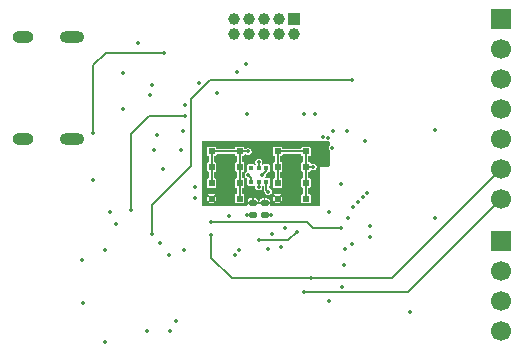
<source format=gbr>
%TF.GenerationSoftware,KiCad,Pcbnew,9.0.1+1*%
%TF.CreationDate,2025-09-06T09:54:06+00:00*%
%TF.ProjectId,ZSWatch-Heartrate-DevKit,5a535761-7463-4682-9d48-656172747261,1.3.0*%
%TF.SameCoordinates,Original*%
%TF.FileFunction,Copper,L4,Bot*%
%TF.FilePolarity,Positive*%
%FSLAX46Y46*%
G04 Gerber Fmt 4.6, Leading zero omitted, Abs format (unit mm)*
G04 Created by KiCad (PCBNEW 9.0.1+1) date 2025-09-06 09:54:06*
%MOMM*%
%LPD*%
G01*
G04 APERTURE LIST*
G04 Aperture macros list*
%AMRoundRect*
0 Rectangle with rounded corners*
0 $1 Rounding radius*
0 $2 $3 $4 $5 $6 $7 $8 $9 X,Y pos of 4 corners*
0 Add a 4 corners polygon primitive as box body*
4,1,4,$2,$3,$4,$5,$6,$7,$8,$9,$2,$3,0*
0 Add four circle primitives for the rounded corners*
1,1,$1+$1,$2,$3*
1,1,$1+$1,$4,$5*
1,1,$1+$1,$6,$7*
1,1,$1+$1,$8,$9*
0 Add four rect primitives between the rounded corners*
20,1,$1+$1,$2,$3,$4,$5,0*
20,1,$1+$1,$4,$5,$6,$7,0*
20,1,$1+$1,$6,$7,$8,$9,0*
20,1,$1+$1,$8,$9,$2,$3,0*%
G04 Aperture macros list end*
%TA.AperFunction,ComponentPad*%
%ADD10O,2.100000X1.000000*%
%TD*%
%TA.AperFunction,ComponentPad*%
%ADD11O,1.800000X1.000000*%
%TD*%
%TA.AperFunction,ComponentPad*%
%ADD12R,1.700000X1.700000*%
%TD*%
%TA.AperFunction,ComponentPad*%
%ADD13C,1.700000*%
%TD*%
%TA.AperFunction,ComponentPad*%
%ADD14R,1.000000X1.000000*%
%TD*%
%TA.AperFunction,ComponentPad*%
%ADD15C,1.000000*%
%TD*%
%TA.AperFunction,SMDPad,CuDef*%
%ADD16R,0.550000X0.550000*%
%TD*%
%TA.AperFunction,SMDPad,CuDef*%
%ADD17RoundRect,0.135000X-0.185000X0.135000X-0.185000X-0.135000X0.185000X-0.135000X0.185000X0.135000X0*%
%TD*%
%TA.AperFunction,SMDPad,CuDef*%
%ADD18RoundRect,0.140000X-0.170000X0.140000X-0.170000X-0.140000X0.170000X-0.140000X0.170000X0.140000X0*%
%TD*%
%TA.AperFunction,SMDPad,CuDef*%
%ADD19R,0.400000X0.400000*%
%TD*%
%TA.AperFunction,ViaPad*%
%ADD20C,0.350000*%
%TD*%
%TA.AperFunction,Conductor*%
%ADD21C,0.200000*%
%TD*%
%TA.AperFunction,Conductor*%
%ADD22C,0.150000*%
%TD*%
G04 APERTURE END LIST*
D10*
%TO.P,X401,S1,SHIELD*%
%TO.N,GND*%
X189430000Y-139710000D03*
D11*
X185250000Y-139710000D03*
D10*
X189430000Y-148350000D03*
D11*
X185250000Y-148350000D03*
%TD*%
D12*
%TO.P,J402,1,Pin_1*%
%TO.N,GND*%
X225700000Y-138135000D03*
D13*
%TO.P,J402,2,Pin_2*%
%TO.N,Net-(IC404-SCLK_{SENSOR})*%
X225700000Y-140675000D03*
%TO.P,J402,3,Pin_3*%
%TO.N,Net-(IC404-MISO_{SENSOR})*%
X225700000Y-143215000D03*
%TO.P,J402,4,Pin_4*%
%TO.N,Net-(IC404-MOSI_{SENSOR})*%
X225700000Y-145755000D03*
%TO.P,J402,5,Pin_5*%
%TO.N,Net-(IC404-CS_{PPG})*%
X225700000Y-148295000D03*
%TO.P,J402,6,Pin_6*%
%TO.N,Net-(IC404-CS_{ACC})*%
X225700000Y-150835000D03*
%TO.P,J402,7,Pin_7*%
%TO.N,/Project Architecture/Main/STATUS*%
X225700000Y-153375000D03*
%TD*%
D12*
%TO.P,J401,1,Pin_1*%
%TO.N,/Project Architecture/Main/SDA*%
X225700000Y-156975000D03*
D13*
%TO.P,J401,2,Pin_2*%
%TO.N,/Project Architecture/Main/SCL*%
X225700000Y-159515000D03*
%TO.P,J401,3,Pin_3*%
%TO.N,/Project Architecture/Main/~{RESET_{HR}}*%
X225700000Y-162055000D03*
%TO.P,J401,4,Pin_4*%
%TO.N,GND*%
X225700000Y-164595000D03*
%TD*%
D14*
%TO.P,X403,1,VTref*%
%TO.N,+1V8*%
X208200000Y-138200000D03*
D15*
%TO.P,X403,2,SWDIO/TMS*%
%TO.N,/Project Architecture/Main/SWDIO*%
X208200000Y-139470000D03*
%TO.P,X403,3,GND*%
%TO.N,GND*%
X206930000Y-138200000D03*
%TO.P,X403,4,SWCLK/TCK*%
%TO.N,/Project Architecture/Main/SWDCLK*%
X206930000Y-139470000D03*
%TO.P,X403,5,GND*%
%TO.N,GND*%
X205660000Y-138200000D03*
%TO.P,X403,6,SWO/TDO*%
%TO.N,unconnected-(X403-SWO{slash}TDO-Pad6)*%
X205660000Y-139470000D03*
%TO.P,X403,7,KEY*%
%TO.N,unconnected-(X403-KEY-Pad7)*%
X204390000Y-138200000D03*
%TO.P,X403,8,NC/TDI*%
%TO.N,unconnected-(X403-NC{slash}TDI-Pad8)*%
X204390000Y-139470000D03*
%TO.P,X403,9,GNDDetect*%
%TO.N,unconnected-(X403-GNDDetect-Pad9)*%
X203120000Y-138200000D03*
%TO.P,X403,10,~{RESET}*%
%TO.N,/Project Architecture/Main/~{RESET}*%
X203120000Y-139470000D03*
%TD*%
D16*
%TO.P,D403,1,K*%
%TO.N,Net-(D403-K)*%
X203590000Y-149375000D03*
X201210000Y-149375000D03*
X203590000Y-150685000D03*
X201210000Y-150685000D03*
X203590000Y-152065000D03*
X201210000Y-152065000D03*
X203590000Y-153375000D03*
%TO.P,D403,2,A*%
%TO.N,PD_GND*%
X201210000Y-153375000D03*
%TD*%
D17*
%TO.P,R410,1*%
%TO.N,PD_GND*%
X204700000Y-153735000D03*
%TO.P,R410,2*%
%TO.N,GND*%
X204700000Y-154755000D03*
%TD*%
D18*
%TO.P,C418,1*%
%TO.N,PD_GND*%
X205700000Y-153765000D03*
%TO.P,C418,2*%
%TO.N,GND*%
X205700000Y-154725000D03*
%TD*%
D19*
%TO.P,LED401,1,K*%
%TO.N,Net-(IC405-LED2-DRV)*%
X205850000Y-151950000D03*
%TO.P,LED401,2,A*%
%TO.N,/Project Architecture/Main/V_{LED}*%
X205850000Y-150800000D03*
%TO.P,LED401,3,K*%
%TO.N,Net-(IC405-LED1-DRV)*%
X205200000Y-151950000D03*
%TO.P,LED401,4,K*%
%TO.N,Net-(IC405-LED3-DRV)*%
X205200000Y-150800000D03*
%TO.P,LED401,5,A*%
%TO.N,/Project Architecture/Main/V_{LED}*%
X204550000Y-151950000D03*
%TO.P,LED401,6,NC*%
%TO.N,unconnected-(LED401-NC-Pad6)*%
X204550000Y-150800000D03*
%TD*%
D16*
%TO.P,D402,1,K*%
%TO.N,Net-(D402-K)*%
X209190000Y-149375000D03*
X206810000Y-149375000D03*
X209190000Y-150685000D03*
X206810000Y-150685000D03*
X209190000Y-152065000D03*
X206810000Y-152065000D03*
X209190000Y-153375000D03*
%TO.P,D402,2,A*%
%TO.N,PD_GND*%
X206810000Y-153375000D03*
%TD*%
D20*
%TO.N,GND*%
X206250000Y-154725000D03*
X190250000Y-158600000D03*
X196625000Y-148025000D03*
X198650000Y-149275000D03*
X202700000Y-154855000D03*
X198234400Y-163700000D03*
X193700000Y-145780000D03*
X220100000Y-155000000D03*
X195000000Y-140200000D03*
X199800000Y-152375000D03*
X220100000Y-147575000D03*
X196300000Y-149225000D03*
X209020000Y-146195000D03*
X206000000Y-157675000D03*
X204220000Y-154755000D03*
X214600000Y-155650000D03*
X196000000Y-144600000D03*
X203350000Y-142650000D03*
X190300000Y-162224600D03*
X200112500Y-143562500D03*
X204175000Y-146225000D03*
X193700000Y-142780000D03*
X214200000Y-148475000D03*
X196150000Y-143750000D03*
X212210000Y-160875000D03*
X195700000Y-164600000D03*
X199000000Y-145450000D03*
X201650000Y-144450000D03*
X212500000Y-157600000D03*
X212200000Y-152175000D03*
X196800000Y-157131200D03*
X212400000Y-158975000D03*
X191200000Y-151775000D03*
X214600000Y-156650000D03*
%TO.N,+1V8*%
X207050000Y-157475000D03*
X212775000Y-155000000D03*
X199800000Y-153335000D03*
X204125000Y-141950000D03*
X198800000Y-147675000D03*
X218000000Y-162975000D03*
X213090000Y-157210000D03*
X197700000Y-164600000D03*
X209980000Y-146195000D03*
%TO.N,PD_GND*%
X206100000Y-148775000D03*
X211000000Y-150275000D03*
X206100000Y-149975000D03*
%TO.N,/Project Architecture/Main/V_{LED}*%
X197100000Y-150875000D03*
X205500000Y-151375000D03*
X204300000Y-151375000D03*
X212700000Y-147675000D03*
%TO.N,/Project Architecture/Main/V_{BAT}*%
X197200000Y-141025000D03*
X191200000Y-147837500D03*
%TO.N,/Project Architecture/Main/INT_{ACC}*%
X201200000Y-155354998D03*
X212140000Y-155890000D03*
%TO.N,/Project Architecture/Main/SCL*%
X203200000Y-158175000D03*
X197563000Y-158175000D03*
%TO.N,/Project Architecture/Main/SDA*%
X203553800Y-157728800D03*
X198900000Y-157728800D03*
%TO.N,/Project Architecture/Main/~{RESET_{HR}}*%
X211190000Y-162055000D03*
%TO.N,/Project Architecture/Main/STATUS*%
X209010000Y-161275000D03*
%TO.N,/Project Architecture/Main/CHARGE*%
X199000000Y-146400000D03*
X194400000Y-154375000D03*
%TO.N,/Project Architecture/Main/SWDIO*%
X193100000Y-155500000D03*
%TO.N,/Project Architecture/Main/SWDCLK*%
X192621000Y-154475000D03*
%TO.N,/Project Architecture/Main/~{RESET}*%
X192200000Y-157728800D03*
X192200000Y-165475000D03*
%TO.N,Net-(D402-K)*%
X209800000Y-150685000D03*
%TO.N,Net-(D403-K)*%
X204300000Y-149375000D03*
%TO.N,Net-(IC404-SCLK_{SENSOR})*%
X205200000Y-156875000D03*
X208400000Y-156180000D03*
X214400000Y-152875000D03*
%TO.N,Net-(IC404-MOSI_{SENSOR})*%
X207400000Y-155867500D03*
X213600000Y-153675000D03*
%TO.N,Net-(IC404-CS_{PPG})*%
X213200000Y-154075000D03*
%TO.N,Net-(IC404-CS_{ACC})*%
X201187500Y-156475000D03*
X209629999Y-160075000D03*
%TO.N,Net-(IC404-INT_{PPG})*%
X211190000Y-154485000D03*
X211400000Y-149075000D03*
%TO.N,Net-(IC404-MISO_{SENSOR})*%
X214000000Y-153275000D03*
X206300000Y-156375000D03*
%TO.N,Net-(IC405-LED3-DRV)*%
X211500000Y-147675000D03*
X205200000Y-150275000D03*
%TO.N,Net-(IC405-LED1-DRV)*%
X205200000Y-152375000D03*
X210600000Y-148175000D03*
%TO.N,Net-(IC405-LED2-DRV)*%
X206000000Y-152775000D03*
X211100000Y-148209314D03*
%TO.N,Net-(M401-P2.03)*%
X213100000Y-143300000D03*
X196202400Y-156400000D03*
%TD*%
D21*
%TO.N,GND*%
X206250000Y-154725000D02*
X205700000Y-154725000D01*
X204730000Y-154725000D02*
X204700000Y-154755000D01*
X204220000Y-154755000D02*
X204700000Y-154755000D01*
D22*
%TO.N,/Project Architecture/Main/V_{LED}*%
X204550000Y-151625000D02*
X204550000Y-151950000D01*
X204300000Y-151375000D02*
X204550000Y-151625000D01*
X205850000Y-151025000D02*
X205500000Y-151375000D01*
X205850000Y-150800000D02*
X205850000Y-151025000D01*
D21*
%TO.N,/Project Architecture/Main/V_{BAT}*%
X192250000Y-141025000D02*
X197200000Y-141025000D01*
X191200000Y-142075000D02*
X192250000Y-141025000D01*
X191200000Y-147837500D02*
X191200000Y-142075000D01*
D22*
%TO.N,/Project Architecture/Main/INT_{ACC}*%
X209815000Y-155890000D02*
X209279998Y-155354998D01*
X209279998Y-155354998D02*
X201200000Y-155354998D01*
X212140000Y-155890000D02*
X209815000Y-155890000D01*
%TO.N,/Project Architecture/Main/STATUS*%
X217800000Y-161275000D02*
X225700000Y-153375000D01*
X209010000Y-161275000D02*
X217800000Y-161275000D01*
%TO.N,/Project Architecture/Main/CHARGE*%
X194400000Y-147875000D02*
X195875000Y-146400000D01*
X194400000Y-154375000D02*
X194400000Y-147875000D01*
X195875000Y-146400000D02*
X199000000Y-146400000D01*
%TO.N,Net-(D402-K)*%
X206810000Y-152065000D02*
X206810000Y-150685000D01*
X206810000Y-150685000D02*
X206810000Y-149375000D01*
X209190000Y-150685000D02*
X209800000Y-150685000D01*
X209190000Y-152065000D02*
X209190000Y-150975000D01*
X206810000Y-149375000D02*
X209190000Y-149375000D01*
X209190000Y-150975000D02*
X209190000Y-150685000D01*
X209190000Y-150975000D02*
X209190000Y-149375000D01*
X209190000Y-153375000D02*
X209190000Y-152065000D01*
%TO.N,Net-(D403-K)*%
X201210000Y-150685000D02*
X201210000Y-149375000D01*
X203590000Y-149375000D02*
X203590000Y-150685000D01*
X201210000Y-149375000D02*
X203590000Y-149375000D01*
X203590000Y-152065000D02*
X203590000Y-153375000D01*
X203590000Y-150685000D02*
X203590000Y-152065000D01*
X203590000Y-149375000D02*
X204300000Y-149375000D01*
X201210000Y-152065000D02*
X201210000Y-150685000D01*
%TO.N,Net-(IC404-SCLK_{SENSOR})*%
X205200000Y-156875000D02*
X207705000Y-156875000D01*
X207705000Y-156875000D02*
X208400000Y-156180000D01*
%TO.N,Net-(IC404-CS_{ACC})*%
X209629999Y-160075000D02*
X216460000Y-160075000D01*
X201187500Y-158362500D02*
X201187500Y-156475000D01*
X202900000Y-160075000D02*
X201187500Y-158362500D01*
X216460000Y-160075000D02*
X225700000Y-150835000D01*
X209629999Y-160075000D02*
X202900000Y-160075000D01*
%TO.N,Net-(IC405-LED3-DRV)*%
X205200000Y-150800000D02*
X205200000Y-150275000D01*
%TO.N,Net-(IC405-LED1-DRV)*%
X205200000Y-151950000D02*
X205200000Y-152375000D01*
%TO.N,Net-(IC405-LED2-DRV)*%
X206000000Y-152775000D02*
X205850000Y-152625000D01*
X205850000Y-152625000D02*
X205850000Y-151950000D01*
%TO.N,Net-(M401-P2.03)*%
X196200000Y-153875000D02*
X196200000Y-156397600D01*
X196200000Y-156397600D02*
X196202400Y-156400000D01*
X213100000Y-143300000D02*
X201100000Y-143300000D01*
X201100000Y-143300000D02*
X199500000Y-144900000D01*
X199500000Y-150575000D02*
X196200000Y-153875000D01*
X199500000Y-144900000D02*
X199500000Y-150575000D01*
%TD*%
%TA.AperFunction,Conductor*%
%TO.N,PD_GND*%
G36*
X210300000Y-150675000D02*
G01*
X210400000Y-150675000D01*
X210400000Y-153912500D01*
X210381694Y-153956694D01*
X210337500Y-153975000D01*
X206199500Y-153975000D01*
X206155306Y-153956694D01*
X206137000Y-153912500D01*
X206137000Y-153828500D01*
X205263000Y-153828500D01*
X205253694Y-153837806D01*
X205234344Y-153845820D01*
X205215915Y-153855782D01*
X205212648Y-153854807D01*
X205209500Y-153856112D01*
X205190150Y-153848097D01*
X205170075Y-153842109D01*
X205168695Y-153839210D01*
X205165306Y-153837806D01*
X205147330Y-153800027D01*
X205147192Y-153798692D01*
X205147000Y-153798500D01*
X204253000Y-153798500D01*
X204253000Y-153895811D01*
X204253895Y-153900309D01*
X204244562Y-153947225D01*
X204204787Y-153973799D01*
X204192596Y-153975000D01*
X200462500Y-153975000D01*
X200418306Y-153956694D01*
X200400000Y-153912500D01*
X200400000Y-153772902D01*
X200901897Y-153772902D01*
X200922493Y-153777000D01*
X201497506Y-153777000D01*
X201518101Y-153772902D01*
X201210000Y-153464802D01*
X200901897Y-153772902D01*
X200400000Y-153772902D01*
X200400000Y-153087486D01*
X200808000Y-153087486D01*
X200808000Y-153662508D01*
X200812096Y-153683100D01*
X201120197Y-153374999D01*
X201299802Y-153374999D01*
X201299802Y-153375000D01*
X201607902Y-153683101D01*
X201612000Y-153662505D01*
X201612000Y-153087492D01*
X201607902Y-153066897D01*
X201299802Y-153374999D01*
X201120197Y-153374999D01*
X200812096Y-153066898D01*
X200812095Y-153066898D01*
X200808000Y-153087486D01*
X200400000Y-153087486D01*
X200400000Y-152977095D01*
X200901898Y-152977095D01*
X200901898Y-152977096D01*
X201209999Y-153285197D01*
X201518100Y-152977096D01*
X201497508Y-152973000D01*
X200922486Y-152973000D01*
X200901898Y-152977095D01*
X200400000Y-152977095D01*
X200400000Y-149087442D01*
X200807500Y-149087442D01*
X200807500Y-149662557D01*
X200814898Y-149699748D01*
X200814898Y-149699749D01*
X200843077Y-149741922D01*
X200871257Y-149760750D01*
X200885252Y-149770102D01*
X200922442Y-149777500D01*
X200945000Y-149777500D01*
X200989194Y-149795806D01*
X201007500Y-149840000D01*
X201007500Y-150220000D01*
X200989194Y-150264194D01*
X200945000Y-150282500D01*
X200922442Y-150282500D01*
X200903847Y-150286199D01*
X200885251Y-150289898D01*
X200885250Y-150289898D01*
X200843077Y-150318077D01*
X200814898Y-150360250D01*
X200814898Y-150360251D01*
X200807500Y-150397442D01*
X200807500Y-150972557D01*
X200814898Y-151009748D01*
X200814898Y-151009749D01*
X200843077Y-151051922D01*
X200867993Y-151068570D01*
X200885252Y-151080102D01*
X200922442Y-151087500D01*
X200945000Y-151087500D01*
X200989194Y-151105806D01*
X201007500Y-151150000D01*
X201007500Y-151600000D01*
X200989194Y-151644194D01*
X200945000Y-151662500D01*
X200922442Y-151662500D01*
X200907537Y-151665465D01*
X200885251Y-151669898D01*
X200885250Y-151669898D01*
X200843077Y-151698077D01*
X200814898Y-151740250D01*
X200814898Y-151740251D01*
X200807500Y-151777442D01*
X200807500Y-152352557D01*
X200814898Y-152389748D01*
X200814898Y-152389749D01*
X200843077Y-152431922D01*
X200871257Y-152450750D01*
X200885252Y-152460102D01*
X200922442Y-152467500D01*
X200922443Y-152467500D01*
X201497557Y-152467500D01*
X201497558Y-152467500D01*
X201534748Y-152460102D01*
X201576922Y-152431922D01*
X201605102Y-152389748D01*
X201612500Y-152352558D01*
X201612500Y-151777442D01*
X201605102Y-151740252D01*
X201605101Y-151740250D01*
X201576922Y-151698077D01*
X201534748Y-151669898D01*
X201512463Y-151665465D01*
X201497558Y-151662500D01*
X201497557Y-151662500D01*
X201475000Y-151662500D01*
X201430806Y-151644194D01*
X201412500Y-151600000D01*
X201412500Y-151150000D01*
X201430806Y-151105806D01*
X201475000Y-151087500D01*
X201497557Y-151087500D01*
X201497558Y-151087500D01*
X201534748Y-151080102D01*
X201576922Y-151051922D01*
X201605102Y-151009748D01*
X201612500Y-150972558D01*
X201612500Y-150397442D01*
X201605102Y-150360252D01*
X201605100Y-150360249D01*
X201576922Y-150318077D01*
X201534748Y-150289898D01*
X201497558Y-150282500D01*
X201497557Y-150282500D01*
X201475000Y-150282500D01*
X201430806Y-150264194D01*
X201412500Y-150220000D01*
X201412500Y-149840000D01*
X201430806Y-149795806D01*
X201475000Y-149777500D01*
X201497557Y-149777500D01*
X201497558Y-149777500D01*
X201534748Y-149770102D01*
X201576922Y-149741922D01*
X201605102Y-149699748D01*
X201612500Y-149662558D01*
X201612500Y-149640000D01*
X201630806Y-149595806D01*
X201675000Y-149577500D01*
X203125000Y-149577500D01*
X203169194Y-149595806D01*
X203187500Y-149640000D01*
X203187500Y-149662557D01*
X203194898Y-149699748D01*
X203194898Y-149699749D01*
X203223077Y-149741922D01*
X203251257Y-149760750D01*
X203265252Y-149770102D01*
X203302442Y-149777500D01*
X203325000Y-149777500D01*
X203369194Y-149795806D01*
X203387500Y-149840000D01*
X203387500Y-150220000D01*
X203369194Y-150264194D01*
X203325000Y-150282500D01*
X203302442Y-150282500D01*
X203283847Y-150286199D01*
X203265251Y-150289898D01*
X203265250Y-150289898D01*
X203223077Y-150318077D01*
X203194898Y-150360250D01*
X203194898Y-150360251D01*
X203187500Y-150397442D01*
X203187500Y-150972557D01*
X203194898Y-151009748D01*
X203194898Y-151009749D01*
X203223077Y-151051922D01*
X203247993Y-151068570D01*
X203265252Y-151080102D01*
X203302442Y-151087500D01*
X203325000Y-151087500D01*
X203369194Y-151105806D01*
X203387500Y-151150000D01*
X203387500Y-151600000D01*
X203369194Y-151644194D01*
X203325000Y-151662500D01*
X203302442Y-151662500D01*
X203287537Y-151665465D01*
X203265251Y-151669898D01*
X203265250Y-151669898D01*
X203223077Y-151698077D01*
X203194898Y-151740250D01*
X203194898Y-151740251D01*
X203187500Y-151777442D01*
X203187500Y-152352557D01*
X203194898Y-152389748D01*
X203194898Y-152389749D01*
X203223077Y-152431922D01*
X203251257Y-152450750D01*
X203265252Y-152460102D01*
X203302442Y-152467500D01*
X203325000Y-152467500D01*
X203369194Y-152485806D01*
X203387500Y-152530000D01*
X203387500Y-152910000D01*
X203369194Y-152954194D01*
X203325000Y-152972500D01*
X203302442Y-152972500D01*
X203283847Y-152976199D01*
X203265251Y-152979898D01*
X203265250Y-152979898D01*
X203223077Y-153008077D01*
X203194898Y-153050250D01*
X203194898Y-153050251D01*
X203187500Y-153087442D01*
X203187500Y-153662557D01*
X203194898Y-153699748D01*
X203194898Y-153699749D01*
X203223077Y-153741922D01*
X203251257Y-153760750D01*
X203265252Y-153770102D01*
X203302442Y-153777500D01*
X203302443Y-153777500D01*
X203877557Y-153777500D01*
X203877558Y-153777500D01*
X203900672Y-153772902D01*
X206501897Y-153772902D01*
X206522493Y-153777000D01*
X207097506Y-153777000D01*
X207118101Y-153772902D01*
X206810000Y-153464802D01*
X206501897Y-153772902D01*
X203900672Y-153772902D01*
X203914748Y-153770102D01*
X203956922Y-153741922D01*
X203985102Y-153699748D01*
X203992500Y-153662558D01*
X203992500Y-153574193D01*
X204253000Y-153574193D01*
X204253000Y-153671500D01*
X204636500Y-153671500D01*
X204763500Y-153671500D01*
X205147000Y-153671500D01*
X205156306Y-153662194D01*
X205175655Y-153654179D01*
X205194085Y-153644218D01*
X205197351Y-153645192D01*
X205200500Y-153643888D01*
X205219849Y-153651902D01*
X205239925Y-153657891D01*
X205241545Y-153660890D01*
X205244694Y-153662194D01*
X205252708Y-153681543D01*
X205262670Y-153699973D01*
X205262807Y-153701307D01*
X205263000Y-153701500D01*
X205636500Y-153701500D01*
X205763500Y-153701500D01*
X206137000Y-153701500D01*
X206137000Y-153598702D01*
X206136999Y-153598701D01*
X206121509Y-153520822D01*
X206121508Y-153520820D01*
X206062496Y-153432503D01*
X205974179Y-153373491D01*
X205974177Y-153373490D01*
X205896298Y-153358000D01*
X205763500Y-153358000D01*
X205763500Y-153701500D01*
X205636500Y-153701500D01*
X205636500Y-153358000D01*
X205503702Y-153358000D01*
X205425822Y-153373490D01*
X205425820Y-153373491D01*
X205337503Y-153432503D01*
X205278491Y-153520820D01*
X205278490Y-153520822D01*
X205268736Y-153569862D01*
X205242160Y-153609636D01*
X205195244Y-153618968D01*
X205155470Y-153592392D01*
X205146138Y-153569862D01*
X205131799Y-153497774D01*
X205131797Y-153497770D01*
X205073891Y-153411108D01*
X204987229Y-153353202D01*
X204987225Y-153353200D01*
X204910806Y-153338000D01*
X204763500Y-153338000D01*
X204763500Y-153671500D01*
X204636500Y-153671500D01*
X204636500Y-153338000D01*
X204489194Y-153338000D01*
X204412774Y-153353200D01*
X204412770Y-153353202D01*
X204326108Y-153411108D01*
X204268202Y-153497770D01*
X204268200Y-153497774D01*
X204253000Y-153574193D01*
X203992500Y-153574193D01*
X203992500Y-153087486D01*
X206408000Y-153087486D01*
X206408000Y-153662508D01*
X206412096Y-153683100D01*
X206720197Y-153374999D01*
X206899802Y-153374999D01*
X206899802Y-153375000D01*
X207207902Y-153683101D01*
X207212000Y-153662505D01*
X207212000Y-153087492D01*
X207207902Y-153066897D01*
X206899802Y-153374999D01*
X206720197Y-153374999D01*
X206412096Y-153066898D01*
X206412095Y-153066898D01*
X206408000Y-153087486D01*
X203992500Y-153087486D01*
X203992500Y-153087442D01*
X203985102Y-153050252D01*
X203962924Y-153017060D01*
X203956922Y-153008077D01*
X203914748Y-152979898D01*
X203900657Y-152977095D01*
X203877558Y-152972500D01*
X203877557Y-152972500D01*
X203855000Y-152972500D01*
X203810806Y-152954194D01*
X203792500Y-152910000D01*
X203792500Y-152530000D01*
X203810806Y-152485806D01*
X203855000Y-152467500D01*
X203877557Y-152467500D01*
X203877558Y-152467500D01*
X203914748Y-152460102D01*
X203956922Y-152431922D01*
X203985102Y-152389748D01*
X203992500Y-152352558D01*
X203992500Y-151777442D01*
X203985102Y-151740252D01*
X203985101Y-151740250D01*
X203956922Y-151698077D01*
X203914748Y-151669898D01*
X203892463Y-151665465D01*
X203877558Y-151662500D01*
X203877557Y-151662500D01*
X203855000Y-151662500D01*
X203810806Y-151644194D01*
X203792500Y-151600000D01*
X203792500Y-151335170D01*
X203997500Y-151335170D01*
X203997500Y-151414829D01*
X204018115Y-151491761D01*
X204018115Y-151491763D01*
X204057939Y-151560738D01*
X204057944Y-151560744D01*
X204114255Y-151617055D01*
X204114261Y-151617060D01*
X204183234Y-151656883D01*
X204186924Y-151658411D01*
X204220750Y-151692235D01*
X204224309Y-151728344D01*
X204222500Y-151737440D01*
X204222500Y-152162557D01*
X204229898Y-152199748D01*
X204229898Y-152199749D01*
X204258077Y-152241922D01*
X204282498Y-152258239D01*
X204300252Y-152270102D01*
X204337442Y-152277500D01*
X204337443Y-152277500D01*
X204762557Y-152277500D01*
X204762558Y-152277500D01*
X204799748Y-152270102D01*
X204801979Y-152268610D01*
X204804613Y-152268086D01*
X204805436Y-152267746D01*
X204805503Y-152267909D01*
X204848894Y-152259275D01*
X204888670Y-152285848D01*
X204897667Y-152331062D01*
X204898035Y-152331111D01*
X204897892Y-152332193D01*
X204898006Y-152332763D01*
X204897572Y-152334624D01*
X204897500Y-152335176D01*
X204897500Y-152414829D01*
X204918115Y-152491761D01*
X204918115Y-152491763D01*
X204957939Y-152560738D01*
X204957944Y-152560744D01*
X205014255Y-152617055D01*
X205014261Y-152617060D01*
X205083239Y-152656885D01*
X205114577Y-152665282D01*
X205160170Y-152677499D01*
X205160173Y-152677499D01*
X205160175Y-152677500D01*
X205160176Y-152677500D01*
X205239824Y-152677500D01*
X205239825Y-152677500D01*
X205316761Y-152656885D01*
X205385739Y-152617060D01*
X205442060Y-152560739D01*
X205481885Y-152491761D01*
X205502500Y-152414825D01*
X205502500Y-152335175D01*
X205502499Y-152335174D01*
X205501965Y-152331111D01*
X205503695Y-152330883D01*
X205509166Y-152289325D01*
X205547117Y-152260205D01*
X205589909Y-152264026D01*
X205594136Y-152266015D01*
X205600252Y-152270102D01*
X205604696Y-152270986D01*
X205611616Y-152274243D01*
X205622950Y-152286701D01*
X205636961Y-152296059D01*
X205639711Y-152305124D01*
X205643807Y-152309626D01*
X205643439Y-152317408D01*
X205647500Y-152330792D01*
X205647500Y-152665282D01*
X205678326Y-152739703D01*
X205678330Y-152739708D01*
X205679194Y-152740572D01*
X205679661Y-152741700D01*
X205681748Y-152744823D01*
X205681126Y-152745238D01*
X205697500Y-152784766D01*
X205697500Y-152814829D01*
X205718115Y-152891761D01*
X205718115Y-152891763D01*
X205757939Y-152960738D01*
X205757944Y-152960744D01*
X205814255Y-153017055D01*
X205814261Y-153017060D01*
X205883239Y-153056885D01*
X205920604Y-153066897D01*
X205960170Y-153077499D01*
X205960173Y-153077499D01*
X205960175Y-153077500D01*
X205960176Y-153077500D01*
X206039824Y-153077500D01*
X206039825Y-153077500D01*
X206116761Y-153056885D01*
X206128252Y-153050251D01*
X206162814Y-153030296D01*
X206165225Y-153028903D01*
X206185739Y-153017060D01*
X206225704Y-152977095D01*
X206501898Y-152977095D01*
X206501898Y-152977096D01*
X206809999Y-153285197D01*
X207118100Y-152977096D01*
X207097508Y-152973000D01*
X206522486Y-152973000D01*
X206501898Y-152977095D01*
X206225704Y-152977095D01*
X206242060Y-152960739D01*
X206281885Y-152891761D01*
X206302500Y-152814825D01*
X206302500Y-152735175D01*
X206281885Y-152658239D01*
X206281884Y-152658237D01*
X206281884Y-152658236D01*
X206242060Y-152589261D01*
X206242055Y-152589255D01*
X206185744Y-152532944D01*
X206185738Y-152532939D01*
X206116763Y-152493115D01*
X206098822Y-152488308D01*
X206085877Y-152478375D01*
X206070806Y-152472132D01*
X206067573Y-152464329D01*
X206060873Y-152459187D01*
X206052500Y-152427938D01*
X206052500Y-152330792D01*
X206070806Y-152286598D01*
X206094642Y-152273859D01*
X206094062Y-152272457D01*
X206099745Y-152270102D01*
X206099748Y-152270102D01*
X206141922Y-152241922D01*
X206170102Y-152199748D01*
X206177500Y-152162558D01*
X206177500Y-151737442D01*
X206170102Y-151700252D01*
X206170101Y-151700250D01*
X206141922Y-151658077D01*
X206099748Y-151629898D01*
X206062558Y-151622500D01*
X206062557Y-151622500D01*
X205814656Y-151622500D01*
X205770462Y-151604194D01*
X205752156Y-151560000D01*
X205760530Y-151528749D01*
X205781884Y-151491763D01*
X205781884Y-151491762D01*
X205781885Y-151491761D01*
X205802500Y-151414825D01*
X205802500Y-151384766D01*
X205820806Y-151340572D01*
X206015573Y-151145806D01*
X206059767Y-151127500D01*
X206062557Y-151127500D01*
X206062558Y-151127500D01*
X206099748Y-151120102D01*
X206141922Y-151091922D01*
X206170102Y-151049748D01*
X206177500Y-151012558D01*
X206177500Y-150587442D01*
X206170102Y-150550252D01*
X206170101Y-150550250D01*
X206141922Y-150508077D01*
X206099748Y-150479898D01*
X206062558Y-150472500D01*
X205637442Y-150472500D01*
X205618847Y-150476199D01*
X205600251Y-150479898D01*
X205600247Y-150479899D01*
X205559721Y-150506978D01*
X205547528Y-150509403D01*
X205537191Y-150516310D01*
X205524998Y-150513884D01*
X205512805Y-150516310D01*
X205490275Y-150506977D01*
X205484889Y-150503378D01*
X205458314Y-150463604D01*
X205465487Y-150420161D01*
X205481885Y-150391761D01*
X205502500Y-150314825D01*
X205502500Y-150235175D01*
X205481885Y-150158239D01*
X205481884Y-150158237D01*
X205481884Y-150158236D01*
X205442060Y-150089261D01*
X205442055Y-150089255D01*
X205385744Y-150032944D01*
X205385738Y-150032939D01*
X205316762Y-149993115D01*
X205239829Y-149972500D01*
X205239825Y-149972500D01*
X205160175Y-149972500D01*
X205160170Y-149972500D01*
X205083238Y-149993115D01*
X205083236Y-149993115D01*
X205014261Y-150032939D01*
X205014255Y-150032944D01*
X204957944Y-150089255D01*
X204957939Y-150089261D01*
X204918115Y-150158236D01*
X204918115Y-150158238D01*
X204897500Y-150235170D01*
X204897500Y-150314829D01*
X204918115Y-150391761D01*
X204918115Y-150391762D01*
X204934512Y-150420161D01*
X204937388Y-150442006D01*
X204941685Y-150463604D01*
X204940471Y-150465419D01*
X204940757Y-150467587D01*
X204915110Y-150503378D01*
X204909724Y-150506977D01*
X204862808Y-150516310D01*
X204840277Y-150506978D01*
X204799748Y-150479898D01*
X204762558Y-150472500D01*
X204337442Y-150472500D01*
X204318847Y-150476199D01*
X204300251Y-150479898D01*
X204300250Y-150479898D01*
X204258077Y-150508077D01*
X204229898Y-150550250D01*
X204229898Y-150550251D01*
X204222500Y-150587442D01*
X204222500Y-151012557D01*
X204224309Y-151021654D01*
X204214974Y-151068570D01*
X204186931Y-151091585D01*
X204183238Y-151093114D01*
X204114261Y-151132939D01*
X204114255Y-151132944D01*
X204057944Y-151189255D01*
X204057939Y-151189261D01*
X204018115Y-151258236D01*
X204018115Y-151258238D01*
X203997500Y-151335170D01*
X203792500Y-151335170D01*
X203792500Y-151150000D01*
X203810806Y-151105806D01*
X203855000Y-151087500D01*
X203877557Y-151087500D01*
X203877558Y-151087500D01*
X203914748Y-151080102D01*
X203956922Y-151051922D01*
X203985102Y-151009748D01*
X203992500Y-150972558D01*
X203992500Y-150397442D01*
X203985102Y-150360252D01*
X203985100Y-150360249D01*
X203956922Y-150318077D01*
X203914748Y-150289898D01*
X203877558Y-150282500D01*
X203877557Y-150282500D01*
X203855000Y-150282500D01*
X203810806Y-150264194D01*
X203792500Y-150220000D01*
X203792500Y-149840000D01*
X203810806Y-149795806D01*
X203855000Y-149777500D01*
X203877557Y-149777500D01*
X203877558Y-149777500D01*
X203914748Y-149770102D01*
X203956922Y-149741922D01*
X203985102Y-149699748D01*
X203992500Y-149662558D01*
X203992500Y-149646187D01*
X204010806Y-149601993D01*
X204055000Y-149583687D01*
X204099194Y-149601993D01*
X204099195Y-149601994D01*
X204114256Y-149617056D01*
X204114261Y-149617060D01*
X204183239Y-149656885D01*
X204227654Y-149668786D01*
X204260170Y-149677499D01*
X204260173Y-149677499D01*
X204260175Y-149677500D01*
X204260176Y-149677500D01*
X204339824Y-149677500D01*
X204339825Y-149677500D01*
X204416761Y-149656885D01*
X204485739Y-149617060D01*
X204542060Y-149560739D01*
X204581885Y-149491761D01*
X204602500Y-149414825D01*
X204602500Y-149335175D01*
X204581885Y-149258239D01*
X204581884Y-149258237D01*
X204581884Y-149258236D01*
X204542060Y-149189261D01*
X204542055Y-149189255D01*
X204485741Y-149132941D01*
X204416762Y-149093115D01*
X204395591Y-149087442D01*
X206407500Y-149087442D01*
X206407500Y-149662557D01*
X206414898Y-149699748D01*
X206414898Y-149699749D01*
X206443077Y-149741922D01*
X206471257Y-149760750D01*
X206485252Y-149770102D01*
X206522442Y-149777500D01*
X206545000Y-149777500D01*
X206589194Y-149795806D01*
X206607500Y-149840000D01*
X206607500Y-150220000D01*
X206589194Y-150264194D01*
X206545000Y-150282500D01*
X206522442Y-150282500D01*
X206503847Y-150286199D01*
X206485251Y-150289898D01*
X206485250Y-150289898D01*
X206443077Y-150318077D01*
X206414898Y-150360250D01*
X206414898Y-150360251D01*
X206407500Y-150397442D01*
X206407500Y-150972557D01*
X206414898Y-151009748D01*
X206414898Y-151009749D01*
X206443077Y-151051922D01*
X206467993Y-151068570D01*
X206485252Y-151080102D01*
X206522442Y-151087500D01*
X206545000Y-151087500D01*
X206589194Y-151105806D01*
X206607500Y-151150000D01*
X206607500Y-151600000D01*
X206589194Y-151644194D01*
X206545000Y-151662500D01*
X206522442Y-151662500D01*
X206507537Y-151665465D01*
X206485251Y-151669898D01*
X206485250Y-151669898D01*
X206443077Y-151698077D01*
X206414898Y-151740250D01*
X206414898Y-151740251D01*
X206407500Y-151777442D01*
X206407500Y-152352557D01*
X206414898Y-152389748D01*
X206414898Y-152389749D01*
X206443077Y-152431922D01*
X206471257Y-152450750D01*
X206485252Y-152460102D01*
X206522442Y-152467500D01*
X206522443Y-152467500D01*
X207097557Y-152467500D01*
X207097558Y-152467500D01*
X207134748Y-152460102D01*
X207176922Y-152431922D01*
X207205102Y-152389748D01*
X207212500Y-152352558D01*
X207212500Y-151777442D01*
X207205102Y-151740252D01*
X207205101Y-151740250D01*
X207176922Y-151698077D01*
X207134748Y-151669898D01*
X207112463Y-151665465D01*
X207097558Y-151662500D01*
X207097557Y-151662500D01*
X207075000Y-151662500D01*
X207030806Y-151644194D01*
X207012500Y-151600000D01*
X207012500Y-151150000D01*
X207030806Y-151105806D01*
X207075000Y-151087500D01*
X207097557Y-151087500D01*
X207097558Y-151087500D01*
X207134748Y-151080102D01*
X207176922Y-151051922D01*
X207205102Y-151009748D01*
X207212500Y-150972558D01*
X207212500Y-150397442D01*
X207205102Y-150360252D01*
X207205100Y-150360249D01*
X207176922Y-150318077D01*
X207134748Y-150289898D01*
X207097558Y-150282500D01*
X207097557Y-150282500D01*
X207075000Y-150282500D01*
X207030806Y-150264194D01*
X207012500Y-150220000D01*
X207012500Y-149840000D01*
X207030806Y-149795806D01*
X207075000Y-149777500D01*
X207097557Y-149777500D01*
X207097558Y-149777500D01*
X207134748Y-149770102D01*
X207176922Y-149741922D01*
X207205102Y-149699748D01*
X207212500Y-149662558D01*
X207212500Y-149640000D01*
X207230806Y-149595806D01*
X207275000Y-149577500D01*
X208725000Y-149577500D01*
X208769194Y-149595806D01*
X208787500Y-149640000D01*
X208787500Y-149662557D01*
X208794898Y-149699748D01*
X208794898Y-149699749D01*
X208823077Y-149741922D01*
X208851257Y-149760750D01*
X208865252Y-149770102D01*
X208902442Y-149777500D01*
X208925000Y-149777500D01*
X208969194Y-149795806D01*
X208987500Y-149840000D01*
X208987500Y-150220000D01*
X208969194Y-150264194D01*
X208925000Y-150282500D01*
X208902442Y-150282500D01*
X208883847Y-150286199D01*
X208865251Y-150289898D01*
X208865250Y-150289898D01*
X208823077Y-150318077D01*
X208794898Y-150360250D01*
X208794898Y-150360251D01*
X208787500Y-150397442D01*
X208787500Y-150972557D01*
X208794898Y-151009748D01*
X208794898Y-151009749D01*
X208823077Y-151051922D01*
X208847993Y-151068570D01*
X208865252Y-151080102D01*
X208902442Y-151087500D01*
X208925000Y-151087500D01*
X208969194Y-151105806D01*
X208987500Y-151150000D01*
X208987500Y-151600000D01*
X208969194Y-151644194D01*
X208925000Y-151662500D01*
X208902442Y-151662500D01*
X208887537Y-151665465D01*
X208865251Y-151669898D01*
X208865250Y-151669898D01*
X208823077Y-151698077D01*
X208794898Y-151740250D01*
X208794898Y-151740251D01*
X208787500Y-151777442D01*
X208787500Y-152352557D01*
X208794898Y-152389748D01*
X208794898Y-152389749D01*
X208823077Y-152431922D01*
X208851257Y-152450750D01*
X208865252Y-152460102D01*
X208902442Y-152467500D01*
X208925000Y-152467500D01*
X208969194Y-152485806D01*
X208987500Y-152530000D01*
X208987500Y-152910000D01*
X208969194Y-152954194D01*
X208925000Y-152972500D01*
X208902442Y-152972500D01*
X208883847Y-152976199D01*
X208865251Y-152979898D01*
X208865250Y-152979898D01*
X208823077Y-153008077D01*
X208794898Y-153050250D01*
X208794898Y-153050251D01*
X208787500Y-153087442D01*
X208787500Y-153662557D01*
X208794898Y-153699748D01*
X208794898Y-153699749D01*
X208823077Y-153741922D01*
X208851257Y-153760750D01*
X208865252Y-153770102D01*
X208902442Y-153777500D01*
X208902443Y-153777500D01*
X209477557Y-153777500D01*
X209477558Y-153777500D01*
X209514748Y-153770102D01*
X209556922Y-153741922D01*
X209585102Y-153699748D01*
X209592500Y-153662558D01*
X209592500Y-153087442D01*
X209585102Y-153050252D01*
X209562924Y-153017060D01*
X209556922Y-153008077D01*
X209514748Y-152979898D01*
X209500657Y-152977095D01*
X209477558Y-152972500D01*
X209477557Y-152972500D01*
X209455000Y-152972500D01*
X209410806Y-152954194D01*
X209392500Y-152910000D01*
X209392500Y-152530000D01*
X209410806Y-152485806D01*
X209455000Y-152467500D01*
X209477557Y-152467500D01*
X209477558Y-152467500D01*
X209514748Y-152460102D01*
X209556922Y-152431922D01*
X209585102Y-152389748D01*
X209592500Y-152352558D01*
X209592500Y-151777442D01*
X209585102Y-151740252D01*
X209585101Y-151740250D01*
X209556922Y-151698077D01*
X209514748Y-151669898D01*
X209492463Y-151665465D01*
X209477558Y-151662500D01*
X209477557Y-151662500D01*
X209455000Y-151662500D01*
X209410806Y-151644194D01*
X209392500Y-151600000D01*
X209392500Y-151150000D01*
X209410806Y-151105806D01*
X209455000Y-151087500D01*
X209477557Y-151087500D01*
X209477558Y-151087500D01*
X209514748Y-151080102D01*
X209556922Y-151051922D01*
X209585102Y-151009748D01*
X209585843Y-151006020D01*
X209612416Y-150966248D01*
X209659332Y-150956913D01*
X209678393Y-150964087D01*
X209683239Y-150966885D01*
X209735783Y-150980964D01*
X209760170Y-150987499D01*
X209760173Y-150987499D01*
X209760175Y-150987500D01*
X209760176Y-150987500D01*
X209839824Y-150987500D01*
X209839825Y-150987500D01*
X209916761Y-150966885D01*
X209917865Y-150966248D01*
X209934033Y-150956913D01*
X209985739Y-150927060D01*
X210042060Y-150870739D01*
X210081885Y-150801761D01*
X210102500Y-150724825D01*
X210102500Y-150645175D01*
X210081885Y-150568239D01*
X210081884Y-150568237D01*
X210081884Y-150568236D01*
X210042060Y-150499261D01*
X210042055Y-150499255D01*
X209985744Y-150442944D01*
X209985738Y-150442939D01*
X209916762Y-150403115D01*
X209839829Y-150382500D01*
X209839825Y-150382500D01*
X209760175Y-150382500D01*
X209760170Y-150382500D01*
X209683238Y-150403115D01*
X209683234Y-150403116D01*
X209678391Y-150405913D01*
X209630964Y-150412156D01*
X209593015Y-150383035D01*
X209585844Y-150363982D01*
X209585102Y-150360252D01*
X209585100Y-150360249D01*
X209556922Y-150318077D01*
X209514748Y-150289898D01*
X209477558Y-150282500D01*
X209477557Y-150282500D01*
X209455000Y-150282500D01*
X209410806Y-150264194D01*
X209392500Y-150220000D01*
X209392500Y-149840000D01*
X209410806Y-149795806D01*
X209455000Y-149777500D01*
X209477557Y-149777500D01*
X209477558Y-149777500D01*
X209514748Y-149770102D01*
X209556922Y-149741922D01*
X209585102Y-149699748D01*
X209592500Y-149662558D01*
X209592500Y-149087442D01*
X209585102Y-149050252D01*
X209585101Y-149050250D01*
X209556922Y-149008077D01*
X209514748Y-148979898D01*
X209477558Y-148972500D01*
X208902442Y-148972500D01*
X208883847Y-148976199D01*
X208865251Y-148979898D01*
X208865250Y-148979898D01*
X208823077Y-149008077D01*
X208794898Y-149050250D01*
X208794898Y-149050251D01*
X208787500Y-149087442D01*
X208787500Y-149110000D01*
X208769194Y-149154194D01*
X208725000Y-149172500D01*
X207275000Y-149172500D01*
X207230806Y-149154194D01*
X207212500Y-149110000D01*
X207212500Y-149087442D01*
X207205102Y-149050252D01*
X207205101Y-149050250D01*
X207176922Y-149008077D01*
X207134748Y-148979898D01*
X207097558Y-148972500D01*
X206522442Y-148972500D01*
X206503847Y-148976199D01*
X206485251Y-148979898D01*
X206485250Y-148979898D01*
X206443077Y-149008077D01*
X206414898Y-149050250D01*
X206414898Y-149050251D01*
X206407500Y-149087442D01*
X204395591Y-149087442D01*
X204339829Y-149072500D01*
X204339825Y-149072500D01*
X204260175Y-149072500D01*
X204260170Y-149072500D01*
X204183238Y-149093115D01*
X204183236Y-149093115D01*
X204114261Y-149132939D01*
X204114255Y-149132944D01*
X204099194Y-149148006D01*
X204055000Y-149166312D01*
X204010806Y-149148006D01*
X203992500Y-149103812D01*
X203992500Y-149087442D01*
X203985102Y-149050252D01*
X203985101Y-149050250D01*
X203956922Y-149008077D01*
X203914748Y-148979898D01*
X203877558Y-148972500D01*
X203302442Y-148972500D01*
X203283847Y-148976199D01*
X203265251Y-148979898D01*
X203265250Y-148979898D01*
X203223077Y-149008077D01*
X203194898Y-149050250D01*
X203194898Y-149050251D01*
X203187500Y-149087442D01*
X203187500Y-149110000D01*
X203169194Y-149154194D01*
X203125000Y-149172500D01*
X201675000Y-149172500D01*
X201630806Y-149154194D01*
X201612500Y-149110000D01*
X201612500Y-149087442D01*
X201605102Y-149050252D01*
X201605101Y-149050250D01*
X201576922Y-149008077D01*
X201534748Y-148979898D01*
X201497558Y-148972500D01*
X200922442Y-148972500D01*
X200903847Y-148976199D01*
X200885251Y-148979898D01*
X200885250Y-148979898D01*
X200843077Y-149008077D01*
X200814898Y-149050250D01*
X200814898Y-149050251D01*
X200807500Y-149087442D01*
X200400000Y-149087442D01*
X200400000Y-148537500D01*
X200418306Y-148493306D01*
X200462500Y-148475000D01*
X210300000Y-148475000D01*
X210300000Y-150675000D01*
G37*
%TD.AperFunction*%
%TD*%
%TA.AperFunction,Conductor*%
%TO.N,PD_GND*%
G36*
X211002514Y-148476128D02*
G01*
X211012098Y-148475942D01*
X211028772Y-148478009D01*
X211045200Y-148484814D01*
X211083659Y-148484814D01*
X211091257Y-148485756D01*
X211116574Y-148496728D01*
X211143039Y-148504499D01*
X211148170Y-148510421D01*
X211155365Y-148513539D01*
X211170731Y-148536458D01*
X211188794Y-148557303D01*
X211189909Y-148565060D01*
X211194275Y-148571572D01*
X211200000Y-148608814D01*
X211200000Y-148834023D01*
X211180315Y-148901062D01*
X211169048Y-148915043D01*
X211166444Y-148918940D01*
X211166443Y-148918941D01*
X211166443Y-148918942D01*
X211124500Y-149020200D01*
X211124500Y-149129800D01*
X211166443Y-149231058D01*
X211166444Y-149231059D01*
X211173228Y-149241212D01*
X211171400Y-149242433D01*
X211197166Y-149289619D01*
X211200000Y-149315977D01*
X211200000Y-150551000D01*
X211180315Y-150618039D01*
X211127511Y-150663794D01*
X211076000Y-150675000D01*
X210300000Y-150675000D01*
X210300000Y-148475000D01*
X210996841Y-148475000D01*
X211002514Y-148476128D01*
G37*
%TD.AperFunction*%
%TD*%
M02*

</source>
